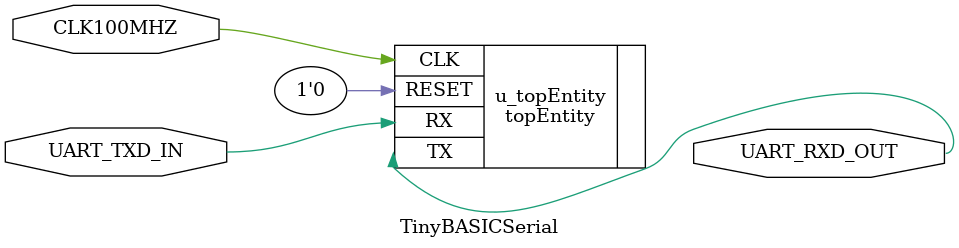
<source format=v>
module TinyBASICSerial(
           input        CLK100MHZ,
           input        UART_TXD_IN,
           output       UART_RXD_OUT
           );

   topEntity u_topEntity
     (.CLK(CLK100MHZ),
      .RESET(1'b0),
      .RX(UART_TXD_IN),
      .TX(UART_RXD_OUT)
      );

endmodule

</source>
